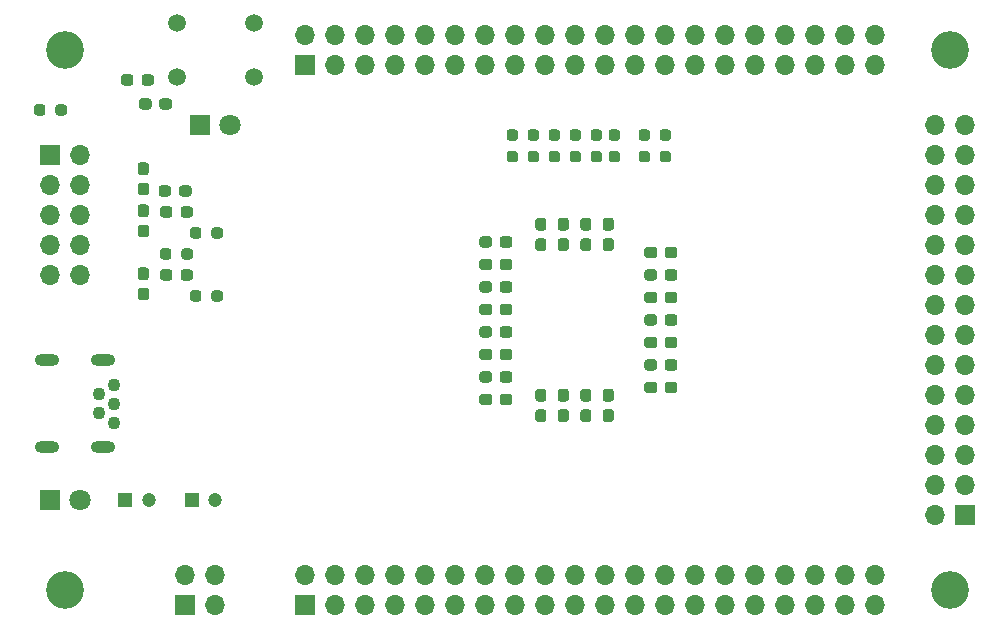
<source format=gbr>
%TF.GenerationSoftware,KiCad,Pcbnew,(5.1.9)-1*%
%TF.CreationDate,2021-02-04T20:28:27-06:00*%
%TF.ProjectId,Intel_10M02SCE144_Breakout_Board,496e7465-6c5f-4313-904d-303253434531,rev?*%
%TF.SameCoordinates,Original*%
%TF.FileFunction,Soldermask,Bot*%
%TF.FilePolarity,Negative*%
%FSLAX46Y46*%
G04 Gerber Fmt 4.6, Leading zero omitted, Abs format (unit mm)*
G04 Created by KiCad (PCBNEW (5.1.9)-1) date 2021-02-04 20:28:27*
%MOMM*%
%LPD*%
G01*
G04 APERTURE LIST*
%ADD10C,1.200000*%
%ADD11R,1.200000X1.200000*%
%ADD12C,1.800000*%
%ADD13R,1.800000X1.800000*%
%ADD14R,1.700000X1.700000*%
%ADD15O,1.700000X1.700000*%
%ADD16C,1.500000*%
%ADD17C,3.200000*%
%ADD18O,2.100000X1.000000*%
%ADD19C,1.100000*%
G04 APERTURE END LIST*
D10*
%TO.C,C1*%
X104870000Y-115570000D03*
D11*
X102870000Y-115570000D03*
%TD*%
%TO.C,C2*%
X108490000Y-115570000D03*
D10*
X110490000Y-115570000D03*
%TD*%
%TO.C,C4*%
G36*
G01*
X149609000Y-105807500D02*
X149609000Y-106282500D01*
G75*
G02*
X149371500Y-106520000I-237500J0D01*
G01*
X148771500Y-106520000D01*
G75*
G02*
X148534000Y-106282500I0J237500D01*
G01*
X148534000Y-105807500D01*
G75*
G02*
X148771500Y-105570000I237500J0D01*
G01*
X149371500Y-105570000D01*
G75*
G02*
X149609000Y-105807500I0J-237500D01*
G01*
G37*
G36*
G01*
X147884000Y-105807500D02*
X147884000Y-106282500D01*
G75*
G02*
X147646500Y-106520000I-237500J0D01*
G01*
X147046500Y-106520000D01*
G75*
G02*
X146809000Y-106282500I0J237500D01*
G01*
X146809000Y-105807500D01*
G75*
G02*
X147046500Y-105570000I237500J0D01*
G01*
X147646500Y-105570000D01*
G75*
G02*
X147884000Y-105807500I0J-237500D01*
G01*
G37*
%TD*%
%TO.C,C5*%
G36*
G01*
X134564000Y-103488500D02*
X134564000Y-103013500D01*
G75*
G02*
X134801500Y-102776000I237500J0D01*
G01*
X135401500Y-102776000D01*
G75*
G02*
X135639000Y-103013500I0J-237500D01*
G01*
X135639000Y-103488500D01*
G75*
G02*
X135401500Y-103726000I-237500J0D01*
G01*
X134801500Y-103726000D01*
G75*
G02*
X134564000Y-103488500I0J237500D01*
G01*
G37*
G36*
G01*
X132839000Y-103488500D02*
X132839000Y-103013500D01*
G75*
G02*
X133076500Y-102776000I237500J0D01*
G01*
X133676500Y-102776000D01*
G75*
G02*
X133914000Y-103013500I0J-237500D01*
G01*
X133914000Y-103488500D01*
G75*
G02*
X133676500Y-103726000I-237500J0D01*
G01*
X133076500Y-103726000D01*
G75*
G02*
X132839000Y-103488500I0J237500D01*
G01*
G37*
%TD*%
%TO.C,C6*%
G36*
G01*
X138286500Y-108969000D02*
X137811500Y-108969000D01*
G75*
G02*
X137574000Y-108731500I0J237500D01*
G01*
X137574000Y-108131500D01*
G75*
G02*
X137811500Y-107894000I237500J0D01*
G01*
X138286500Y-107894000D01*
G75*
G02*
X138524000Y-108131500I0J-237500D01*
G01*
X138524000Y-108731500D01*
G75*
G02*
X138286500Y-108969000I-237500J0D01*
G01*
G37*
G36*
G01*
X138286500Y-107244000D02*
X137811500Y-107244000D01*
G75*
G02*
X137574000Y-107006500I0J237500D01*
G01*
X137574000Y-106406500D01*
G75*
G02*
X137811500Y-106169000I237500J0D01*
G01*
X138286500Y-106169000D01*
G75*
G02*
X138524000Y-106406500I0J-237500D01*
G01*
X138524000Y-107006500D01*
G75*
G02*
X138286500Y-107244000I-237500J0D01*
G01*
G37*
%TD*%
%TO.C,C7*%
G36*
G01*
X144001500Y-108969000D02*
X143526500Y-108969000D01*
G75*
G02*
X143289000Y-108731500I0J237500D01*
G01*
X143289000Y-108131500D01*
G75*
G02*
X143526500Y-107894000I237500J0D01*
G01*
X144001500Y-107894000D01*
G75*
G02*
X144239000Y-108131500I0J-237500D01*
G01*
X144239000Y-108731500D01*
G75*
G02*
X144001500Y-108969000I-237500J0D01*
G01*
G37*
G36*
G01*
X144001500Y-107244000D02*
X143526500Y-107244000D01*
G75*
G02*
X143289000Y-107006500I0J237500D01*
G01*
X143289000Y-106406500D01*
G75*
G02*
X143526500Y-106169000I237500J0D01*
G01*
X144001500Y-106169000D01*
G75*
G02*
X144239000Y-106406500I0J-237500D01*
G01*
X144239000Y-107006500D01*
G75*
G02*
X144001500Y-107244000I-237500J0D01*
G01*
G37*
%TD*%
%TO.C,C8*%
G36*
G01*
X139716500Y-93416000D02*
X140191500Y-93416000D01*
G75*
G02*
X140429000Y-93653500I0J-237500D01*
G01*
X140429000Y-94253500D01*
G75*
G02*
X140191500Y-94491000I-237500J0D01*
G01*
X139716500Y-94491000D01*
G75*
G02*
X139479000Y-94253500I0J237500D01*
G01*
X139479000Y-93653500D01*
G75*
G02*
X139716500Y-93416000I237500J0D01*
G01*
G37*
G36*
G01*
X139716500Y-91691000D02*
X140191500Y-91691000D01*
G75*
G02*
X140429000Y-91928500I0J-237500D01*
G01*
X140429000Y-92528500D01*
G75*
G02*
X140191500Y-92766000I-237500J0D01*
G01*
X139716500Y-92766000D01*
G75*
G02*
X139479000Y-92528500I0J237500D01*
G01*
X139479000Y-91928500D01*
G75*
G02*
X139716500Y-91691000I237500J0D01*
G01*
G37*
%TD*%
%TO.C,C9*%
G36*
G01*
X137811500Y-93416000D02*
X138286500Y-93416000D01*
G75*
G02*
X138524000Y-93653500I0J-237500D01*
G01*
X138524000Y-94253500D01*
G75*
G02*
X138286500Y-94491000I-237500J0D01*
G01*
X137811500Y-94491000D01*
G75*
G02*
X137574000Y-94253500I0J237500D01*
G01*
X137574000Y-93653500D01*
G75*
G02*
X137811500Y-93416000I237500J0D01*
G01*
G37*
G36*
G01*
X137811500Y-91691000D02*
X138286500Y-91691000D01*
G75*
G02*
X138524000Y-91928500I0J-237500D01*
G01*
X138524000Y-92528500D01*
G75*
G02*
X138286500Y-92766000I-237500J0D01*
G01*
X137811500Y-92766000D01*
G75*
G02*
X137574000Y-92528500I0J237500D01*
G01*
X137574000Y-91928500D01*
G75*
G02*
X137811500Y-91691000I237500J0D01*
G01*
G37*
%TD*%
%TO.C,C10*%
G36*
G01*
X149609000Y-100092500D02*
X149609000Y-100567500D01*
G75*
G02*
X149371500Y-100805000I-237500J0D01*
G01*
X148771500Y-100805000D01*
G75*
G02*
X148534000Y-100567500I0J237500D01*
G01*
X148534000Y-100092500D01*
G75*
G02*
X148771500Y-99855000I237500J0D01*
G01*
X149371500Y-99855000D01*
G75*
G02*
X149609000Y-100092500I0J-237500D01*
G01*
G37*
G36*
G01*
X147884000Y-100092500D02*
X147884000Y-100567500D01*
G75*
G02*
X147646500Y-100805000I-237500J0D01*
G01*
X147046500Y-100805000D01*
G75*
G02*
X146809000Y-100567500I0J237500D01*
G01*
X146809000Y-100092500D01*
G75*
G02*
X147046500Y-99855000I237500J0D01*
G01*
X147646500Y-99855000D01*
G75*
G02*
X147884000Y-100092500I0J-237500D01*
G01*
G37*
%TD*%
%TO.C,C11*%
G36*
G01*
X147884000Y-98187500D02*
X147884000Y-98662500D01*
G75*
G02*
X147646500Y-98900000I-237500J0D01*
G01*
X147046500Y-98900000D01*
G75*
G02*
X146809000Y-98662500I0J237500D01*
G01*
X146809000Y-98187500D01*
G75*
G02*
X147046500Y-97950000I237500J0D01*
G01*
X147646500Y-97950000D01*
G75*
G02*
X147884000Y-98187500I0J-237500D01*
G01*
G37*
G36*
G01*
X149609000Y-98187500D02*
X149609000Y-98662500D01*
G75*
G02*
X149371500Y-98900000I-237500J0D01*
G01*
X148771500Y-98900000D01*
G75*
G02*
X148534000Y-98662500I0J237500D01*
G01*
X148534000Y-98187500D01*
G75*
G02*
X148771500Y-97950000I237500J0D01*
G01*
X149371500Y-97950000D01*
G75*
G02*
X149609000Y-98187500I0J-237500D01*
G01*
G37*
%TD*%
%TO.C,C12*%
G36*
G01*
X132839000Y-93963500D02*
X132839000Y-93488500D01*
G75*
G02*
X133076500Y-93251000I237500J0D01*
G01*
X133676500Y-93251000D01*
G75*
G02*
X133914000Y-93488500I0J-237500D01*
G01*
X133914000Y-93963500D01*
G75*
G02*
X133676500Y-94201000I-237500J0D01*
G01*
X133076500Y-94201000D01*
G75*
G02*
X132839000Y-93963500I0J237500D01*
G01*
G37*
G36*
G01*
X134564000Y-93963500D02*
X134564000Y-93488500D01*
G75*
G02*
X134801500Y-93251000I237500J0D01*
G01*
X135401500Y-93251000D01*
G75*
G02*
X135639000Y-93488500I0J-237500D01*
G01*
X135639000Y-93963500D01*
G75*
G02*
X135401500Y-94201000I-237500J0D01*
G01*
X134801500Y-94201000D01*
G75*
G02*
X134564000Y-93963500I0J237500D01*
G01*
G37*
%TD*%
%TO.C,C13*%
G36*
G01*
X134564000Y-95868500D02*
X134564000Y-95393500D01*
G75*
G02*
X134801500Y-95156000I237500J0D01*
G01*
X135401500Y-95156000D01*
G75*
G02*
X135639000Y-95393500I0J-237500D01*
G01*
X135639000Y-95868500D01*
G75*
G02*
X135401500Y-96106000I-237500J0D01*
G01*
X134801500Y-96106000D01*
G75*
G02*
X134564000Y-95868500I0J237500D01*
G01*
G37*
G36*
G01*
X132839000Y-95868500D02*
X132839000Y-95393500D01*
G75*
G02*
X133076500Y-95156000I237500J0D01*
G01*
X133676500Y-95156000D01*
G75*
G02*
X133914000Y-95393500I0J-237500D01*
G01*
X133914000Y-95868500D01*
G75*
G02*
X133676500Y-96106000I-237500J0D01*
G01*
X133076500Y-96106000D01*
G75*
G02*
X132839000Y-95868500I0J237500D01*
G01*
G37*
%TD*%
%TO.C,C14*%
G36*
G01*
X132839000Y-97773500D02*
X132839000Y-97298500D01*
G75*
G02*
X133076500Y-97061000I237500J0D01*
G01*
X133676500Y-97061000D01*
G75*
G02*
X133914000Y-97298500I0J-237500D01*
G01*
X133914000Y-97773500D01*
G75*
G02*
X133676500Y-98011000I-237500J0D01*
G01*
X133076500Y-98011000D01*
G75*
G02*
X132839000Y-97773500I0J237500D01*
G01*
G37*
G36*
G01*
X134564000Y-97773500D02*
X134564000Y-97298500D01*
G75*
G02*
X134801500Y-97061000I237500J0D01*
G01*
X135401500Y-97061000D01*
G75*
G02*
X135639000Y-97298500I0J-237500D01*
G01*
X135639000Y-97773500D01*
G75*
G02*
X135401500Y-98011000I-237500J0D01*
G01*
X134801500Y-98011000D01*
G75*
G02*
X134564000Y-97773500I0J237500D01*
G01*
G37*
%TD*%
%TO.C,C15*%
G36*
G01*
X141621500Y-93416000D02*
X142096500Y-93416000D01*
G75*
G02*
X142334000Y-93653500I0J-237500D01*
G01*
X142334000Y-94253500D01*
G75*
G02*
X142096500Y-94491000I-237500J0D01*
G01*
X141621500Y-94491000D01*
G75*
G02*
X141384000Y-94253500I0J237500D01*
G01*
X141384000Y-93653500D01*
G75*
G02*
X141621500Y-93416000I237500J0D01*
G01*
G37*
G36*
G01*
X141621500Y-91691000D02*
X142096500Y-91691000D01*
G75*
G02*
X142334000Y-91928500I0J-237500D01*
G01*
X142334000Y-92528500D01*
G75*
G02*
X142096500Y-92766000I-237500J0D01*
G01*
X141621500Y-92766000D01*
G75*
G02*
X141384000Y-92528500I0J237500D01*
G01*
X141384000Y-91928500D01*
G75*
G02*
X141621500Y-91691000I237500J0D01*
G01*
G37*
%TD*%
%TO.C,C16*%
G36*
G01*
X143526500Y-91691000D02*
X144001500Y-91691000D01*
G75*
G02*
X144239000Y-91928500I0J-237500D01*
G01*
X144239000Y-92528500D01*
G75*
G02*
X144001500Y-92766000I-237500J0D01*
G01*
X143526500Y-92766000D01*
G75*
G02*
X143289000Y-92528500I0J237500D01*
G01*
X143289000Y-91928500D01*
G75*
G02*
X143526500Y-91691000I237500J0D01*
G01*
G37*
G36*
G01*
X143526500Y-93416000D02*
X144001500Y-93416000D01*
G75*
G02*
X144239000Y-93653500I0J-237500D01*
G01*
X144239000Y-94253500D01*
G75*
G02*
X144001500Y-94491000I-237500J0D01*
G01*
X143526500Y-94491000D01*
G75*
G02*
X143289000Y-94253500I0J237500D01*
G01*
X143289000Y-93653500D01*
G75*
G02*
X143526500Y-93416000I237500J0D01*
G01*
G37*
%TD*%
%TO.C,C17*%
G36*
G01*
X147884000Y-94377500D02*
X147884000Y-94852500D01*
G75*
G02*
X147646500Y-95090000I-237500J0D01*
G01*
X147046500Y-95090000D01*
G75*
G02*
X146809000Y-94852500I0J237500D01*
G01*
X146809000Y-94377500D01*
G75*
G02*
X147046500Y-94140000I237500J0D01*
G01*
X147646500Y-94140000D01*
G75*
G02*
X147884000Y-94377500I0J-237500D01*
G01*
G37*
G36*
G01*
X149609000Y-94377500D02*
X149609000Y-94852500D01*
G75*
G02*
X149371500Y-95090000I-237500J0D01*
G01*
X148771500Y-95090000D01*
G75*
G02*
X148534000Y-94852500I0J237500D01*
G01*
X148534000Y-94377500D01*
G75*
G02*
X148771500Y-94140000I237500J0D01*
G01*
X149371500Y-94140000D01*
G75*
G02*
X149609000Y-94377500I0J-237500D01*
G01*
G37*
%TD*%
%TO.C,C18*%
G36*
G01*
X147884000Y-96282500D02*
X147884000Y-96757500D01*
G75*
G02*
X147646500Y-96995000I-237500J0D01*
G01*
X147046500Y-96995000D01*
G75*
G02*
X146809000Y-96757500I0J237500D01*
G01*
X146809000Y-96282500D01*
G75*
G02*
X147046500Y-96045000I237500J0D01*
G01*
X147646500Y-96045000D01*
G75*
G02*
X147884000Y-96282500I0J-237500D01*
G01*
G37*
G36*
G01*
X149609000Y-96282500D02*
X149609000Y-96757500D01*
G75*
G02*
X149371500Y-96995000I-237500J0D01*
G01*
X148771500Y-96995000D01*
G75*
G02*
X148534000Y-96757500I0J237500D01*
G01*
X148534000Y-96282500D01*
G75*
G02*
X148771500Y-96045000I237500J0D01*
G01*
X149371500Y-96045000D01*
G75*
G02*
X149609000Y-96282500I0J-237500D01*
G01*
G37*
%TD*%
%TO.C,C19*%
G36*
G01*
X147884000Y-103902500D02*
X147884000Y-104377500D01*
G75*
G02*
X147646500Y-104615000I-237500J0D01*
G01*
X147046500Y-104615000D01*
G75*
G02*
X146809000Y-104377500I0J237500D01*
G01*
X146809000Y-103902500D01*
G75*
G02*
X147046500Y-103665000I237500J0D01*
G01*
X147646500Y-103665000D01*
G75*
G02*
X147884000Y-103902500I0J-237500D01*
G01*
G37*
G36*
G01*
X149609000Y-103902500D02*
X149609000Y-104377500D01*
G75*
G02*
X149371500Y-104615000I-237500J0D01*
G01*
X148771500Y-104615000D01*
G75*
G02*
X148534000Y-104377500I0J237500D01*
G01*
X148534000Y-103902500D01*
G75*
G02*
X148771500Y-103665000I237500J0D01*
G01*
X149371500Y-103665000D01*
G75*
G02*
X149609000Y-103902500I0J-237500D01*
G01*
G37*
%TD*%
%TO.C,C20*%
G36*
G01*
X149609000Y-101997500D02*
X149609000Y-102472500D01*
G75*
G02*
X149371500Y-102710000I-237500J0D01*
G01*
X148771500Y-102710000D01*
G75*
G02*
X148534000Y-102472500I0J237500D01*
G01*
X148534000Y-101997500D01*
G75*
G02*
X148771500Y-101760000I237500J0D01*
G01*
X149371500Y-101760000D01*
G75*
G02*
X149609000Y-101997500I0J-237500D01*
G01*
G37*
G36*
G01*
X147884000Y-101997500D02*
X147884000Y-102472500D01*
G75*
G02*
X147646500Y-102710000I-237500J0D01*
G01*
X147046500Y-102710000D01*
G75*
G02*
X146809000Y-102472500I0J237500D01*
G01*
X146809000Y-101997500D01*
G75*
G02*
X147046500Y-101760000I237500J0D01*
G01*
X147646500Y-101760000D01*
G75*
G02*
X147884000Y-101997500I0J-237500D01*
G01*
G37*
%TD*%
%TO.C,C21*%
G36*
G01*
X140191500Y-108969000D02*
X139716500Y-108969000D01*
G75*
G02*
X139479000Y-108731500I0J237500D01*
G01*
X139479000Y-108131500D01*
G75*
G02*
X139716500Y-107894000I237500J0D01*
G01*
X140191500Y-107894000D01*
G75*
G02*
X140429000Y-108131500I0J-237500D01*
G01*
X140429000Y-108731500D01*
G75*
G02*
X140191500Y-108969000I-237500J0D01*
G01*
G37*
G36*
G01*
X140191500Y-107244000D02*
X139716500Y-107244000D01*
G75*
G02*
X139479000Y-107006500I0J237500D01*
G01*
X139479000Y-106406500D01*
G75*
G02*
X139716500Y-106169000I237500J0D01*
G01*
X140191500Y-106169000D01*
G75*
G02*
X140429000Y-106406500I0J-237500D01*
G01*
X140429000Y-107006500D01*
G75*
G02*
X140191500Y-107244000I-237500J0D01*
G01*
G37*
%TD*%
%TO.C,C22*%
G36*
G01*
X142096500Y-108969000D02*
X141621500Y-108969000D01*
G75*
G02*
X141384000Y-108731500I0J237500D01*
G01*
X141384000Y-108131500D01*
G75*
G02*
X141621500Y-107894000I237500J0D01*
G01*
X142096500Y-107894000D01*
G75*
G02*
X142334000Y-108131500I0J-237500D01*
G01*
X142334000Y-108731500D01*
G75*
G02*
X142096500Y-108969000I-237500J0D01*
G01*
G37*
G36*
G01*
X142096500Y-107244000D02*
X141621500Y-107244000D01*
G75*
G02*
X141384000Y-107006500I0J237500D01*
G01*
X141384000Y-106406500D01*
G75*
G02*
X141621500Y-106169000I237500J0D01*
G01*
X142096500Y-106169000D01*
G75*
G02*
X142334000Y-106406500I0J-237500D01*
G01*
X142334000Y-107006500D01*
G75*
G02*
X142096500Y-107244000I-237500J0D01*
G01*
G37*
%TD*%
%TO.C,C23*%
G36*
G01*
X134564000Y-105393500D02*
X134564000Y-104918500D01*
G75*
G02*
X134801500Y-104681000I237500J0D01*
G01*
X135401500Y-104681000D01*
G75*
G02*
X135639000Y-104918500I0J-237500D01*
G01*
X135639000Y-105393500D01*
G75*
G02*
X135401500Y-105631000I-237500J0D01*
G01*
X134801500Y-105631000D01*
G75*
G02*
X134564000Y-105393500I0J237500D01*
G01*
G37*
G36*
G01*
X132839000Y-105393500D02*
X132839000Y-104918500D01*
G75*
G02*
X133076500Y-104681000I237500J0D01*
G01*
X133676500Y-104681000D01*
G75*
G02*
X133914000Y-104918500I0J-237500D01*
G01*
X133914000Y-105393500D01*
G75*
G02*
X133676500Y-105631000I-237500J0D01*
G01*
X133076500Y-105631000D01*
G75*
G02*
X132839000Y-105393500I0J237500D01*
G01*
G37*
%TD*%
%TO.C,C24*%
G36*
G01*
X132839000Y-107298500D02*
X132839000Y-106823500D01*
G75*
G02*
X133076500Y-106586000I237500J0D01*
G01*
X133676500Y-106586000D01*
G75*
G02*
X133914000Y-106823500I0J-237500D01*
G01*
X133914000Y-107298500D01*
G75*
G02*
X133676500Y-107536000I-237500J0D01*
G01*
X133076500Y-107536000D01*
G75*
G02*
X132839000Y-107298500I0J237500D01*
G01*
G37*
G36*
G01*
X134564000Y-107298500D02*
X134564000Y-106823500D01*
G75*
G02*
X134801500Y-106586000I237500J0D01*
G01*
X135401500Y-106586000D01*
G75*
G02*
X135639000Y-106823500I0J-237500D01*
G01*
X135639000Y-107298500D01*
G75*
G02*
X135401500Y-107536000I-237500J0D01*
G01*
X134801500Y-107536000D01*
G75*
G02*
X134564000Y-107298500I0J237500D01*
G01*
G37*
%TD*%
%TO.C,C25*%
G36*
G01*
X134564000Y-99678500D02*
X134564000Y-99203500D01*
G75*
G02*
X134801500Y-98966000I237500J0D01*
G01*
X135401500Y-98966000D01*
G75*
G02*
X135639000Y-99203500I0J-237500D01*
G01*
X135639000Y-99678500D01*
G75*
G02*
X135401500Y-99916000I-237500J0D01*
G01*
X134801500Y-99916000D01*
G75*
G02*
X134564000Y-99678500I0J237500D01*
G01*
G37*
G36*
G01*
X132839000Y-99678500D02*
X132839000Y-99203500D01*
G75*
G02*
X133076500Y-98966000I237500J0D01*
G01*
X133676500Y-98966000D01*
G75*
G02*
X133914000Y-99203500I0J-237500D01*
G01*
X133914000Y-99678500D01*
G75*
G02*
X133676500Y-99916000I-237500J0D01*
G01*
X133076500Y-99916000D01*
G75*
G02*
X132839000Y-99678500I0J237500D01*
G01*
G37*
%TD*%
%TO.C,C26*%
G36*
G01*
X132839000Y-101583500D02*
X132839000Y-101108500D01*
G75*
G02*
X133076500Y-100871000I237500J0D01*
G01*
X133676500Y-100871000D01*
G75*
G02*
X133914000Y-101108500I0J-237500D01*
G01*
X133914000Y-101583500D01*
G75*
G02*
X133676500Y-101821000I-237500J0D01*
G01*
X133076500Y-101821000D01*
G75*
G02*
X132839000Y-101583500I0J237500D01*
G01*
G37*
G36*
G01*
X134564000Y-101583500D02*
X134564000Y-101108500D01*
G75*
G02*
X134801500Y-100871000I237500J0D01*
G01*
X135401500Y-100871000D01*
G75*
G02*
X135639000Y-101108500I0J-237500D01*
G01*
X135639000Y-101583500D01*
G75*
G02*
X135401500Y-101821000I-237500J0D01*
G01*
X134801500Y-101821000D01*
G75*
G02*
X134564000Y-101583500I0J237500D01*
G01*
G37*
%TD*%
%TO.C,C27*%
G36*
G01*
X104156500Y-86992000D02*
X104631500Y-86992000D01*
G75*
G02*
X104869000Y-87229500I0J-237500D01*
G01*
X104869000Y-87829500D01*
G75*
G02*
X104631500Y-88067000I-237500J0D01*
G01*
X104156500Y-88067000D01*
G75*
G02*
X103919000Y-87829500I0J237500D01*
G01*
X103919000Y-87229500D01*
G75*
G02*
X104156500Y-86992000I237500J0D01*
G01*
G37*
G36*
G01*
X104156500Y-88717000D02*
X104631500Y-88717000D01*
G75*
G02*
X104869000Y-88954500I0J-237500D01*
G01*
X104869000Y-89554500D01*
G75*
G02*
X104631500Y-89792000I-237500J0D01*
G01*
X104156500Y-89792000D01*
G75*
G02*
X103919000Y-89554500I0J237500D01*
G01*
X103919000Y-88954500D01*
G75*
G02*
X104156500Y-88717000I237500J0D01*
G01*
G37*
%TD*%
%TO.C,C28*%
G36*
G01*
X104156500Y-97607000D02*
X104631500Y-97607000D01*
G75*
G02*
X104869000Y-97844500I0J-237500D01*
G01*
X104869000Y-98444500D01*
G75*
G02*
X104631500Y-98682000I-237500J0D01*
G01*
X104156500Y-98682000D01*
G75*
G02*
X103919000Y-98444500I0J237500D01*
G01*
X103919000Y-97844500D01*
G75*
G02*
X104156500Y-97607000I237500J0D01*
G01*
G37*
G36*
G01*
X104156500Y-95882000D02*
X104631500Y-95882000D01*
G75*
G02*
X104869000Y-96119500I0J-237500D01*
G01*
X104869000Y-96719500D01*
G75*
G02*
X104631500Y-96957000I-237500J0D01*
G01*
X104156500Y-96957000D01*
G75*
G02*
X103919000Y-96719500I0J237500D01*
G01*
X103919000Y-96119500D01*
G75*
G02*
X104156500Y-95882000I237500J0D01*
G01*
G37*
%TD*%
%TO.C,C29*%
G36*
G01*
X104010000Y-82279500D02*
X104010000Y-81804500D01*
G75*
G02*
X104247500Y-81567000I237500J0D01*
G01*
X104847500Y-81567000D01*
G75*
G02*
X105085000Y-81804500I0J-237500D01*
G01*
X105085000Y-82279500D01*
G75*
G02*
X104847500Y-82517000I-237500J0D01*
G01*
X104247500Y-82517000D01*
G75*
G02*
X104010000Y-82279500I0J237500D01*
G01*
G37*
G36*
G01*
X105735000Y-82279500D02*
X105735000Y-81804500D01*
G75*
G02*
X105972500Y-81567000I237500J0D01*
G01*
X106572500Y-81567000D01*
G75*
G02*
X106810000Y-81804500I0J-237500D01*
G01*
X106810000Y-82279500D01*
G75*
G02*
X106572500Y-82517000I-237500J0D01*
G01*
X105972500Y-82517000D01*
G75*
G02*
X105735000Y-82279500I0J237500D01*
G01*
G37*
%TD*%
%TO.C,C30*%
G36*
G01*
X104156500Y-92273000D02*
X104631500Y-92273000D01*
G75*
G02*
X104869000Y-92510500I0J-237500D01*
G01*
X104869000Y-93110500D01*
G75*
G02*
X104631500Y-93348000I-237500J0D01*
G01*
X104156500Y-93348000D01*
G75*
G02*
X103919000Y-93110500I0J237500D01*
G01*
X103919000Y-92510500D01*
G75*
G02*
X104156500Y-92273000I237500J0D01*
G01*
G37*
G36*
G01*
X104156500Y-90548000D02*
X104631500Y-90548000D01*
G75*
G02*
X104869000Y-90785500I0J-237500D01*
G01*
X104869000Y-91385500D01*
G75*
G02*
X104631500Y-91623000I-237500J0D01*
G01*
X104156500Y-91623000D01*
G75*
G02*
X103919000Y-91385500I0J237500D01*
G01*
X103919000Y-90785500D01*
G75*
G02*
X104156500Y-90548000I237500J0D01*
G01*
G37*
%TD*%
D12*
%TO.C,D1*%
X99060000Y-115570000D03*
D13*
X96520000Y-115570000D03*
%TD*%
%TO.C,D2*%
X109220000Y-83820000D03*
D12*
X111760000Y-83820000D03*
%TD*%
%TO.C,D3*%
G36*
G01*
X106725000Y-89170500D02*
X106725000Y-89645500D01*
G75*
G02*
X106487500Y-89883000I-237500J0D01*
G01*
X105912500Y-89883000D01*
G75*
G02*
X105675000Y-89645500I0J237500D01*
G01*
X105675000Y-89170500D01*
G75*
G02*
X105912500Y-88933000I237500J0D01*
G01*
X106487500Y-88933000D01*
G75*
G02*
X106725000Y-89170500I0J-237500D01*
G01*
G37*
G36*
G01*
X108475000Y-89170500D02*
X108475000Y-89645500D01*
G75*
G02*
X108237500Y-89883000I-237500J0D01*
G01*
X107662500Y-89883000D01*
G75*
G02*
X107425000Y-89645500I0J237500D01*
G01*
X107425000Y-89170500D01*
G75*
G02*
X107662500Y-88933000I237500J0D01*
G01*
X108237500Y-88933000D01*
G75*
G02*
X108475000Y-89170500I0J-237500D01*
G01*
G37*
%TD*%
%TO.C,D4*%
G36*
G01*
X108588000Y-96282500D02*
X108588000Y-96757500D01*
G75*
G02*
X108350500Y-96995000I-237500J0D01*
G01*
X107775500Y-96995000D01*
G75*
G02*
X107538000Y-96757500I0J237500D01*
G01*
X107538000Y-96282500D01*
G75*
G02*
X107775500Y-96045000I237500J0D01*
G01*
X108350500Y-96045000D01*
G75*
G02*
X108588000Y-96282500I0J-237500D01*
G01*
G37*
G36*
G01*
X106838000Y-96282500D02*
X106838000Y-96757500D01*
G75*
G02*
X106600500Y-96995000I-237500J0D01*
G01*
X106025500Y-96995000D01*
G75*
G02*
X105788000Y-96757500I0J237500D01*
G01*
X105788000Y-96282500D01*
G75*
G02*
X106025500Y-96045000I237500J0D01*
G01*
X106600500Y-96045000D01*
G75*
G02*
X106838000Y-96282500I0J-237500D01*
G01*
G37*
%TD*%
%TO.C,D5*%
G36*
G01*
X103536000Y-79772500D02*
X103536000Y-80247500D01*
G75*
G02*
X103298500Y-80485000I-237500J0D01*
G01*
X102723500Y-80485000D01*
G75*
G02*
X102486000Y-80247500I0J237500D01*
G01*
X102486000Y-79772500D01*
G75*
G02*
X102723500Y-79535000I237500J0D01*
G01*
X103298500Y-79535000D01*
G75*
G02*
X103536000Y-79772500I0J-237500D01*
G01*
G37*
G36*
G01*
X105286000Y-79772500D02*
X105286000Y-80247500D01*
G75*
G02*
X105048500Y-80485000I-237500J0D01*
G01*
X104473500Y-80485000D01*
G75*
G02*
X104236000Y-80247500I0J237500D01*
G01*
X104236000Y-79772500D01*
G75*
G02*
X104473500Y-79535000I237500J0D01*
G01*
X105048500Y-79535000D01*
G75*
G02*
X105286000Y-79772500I0J-237500D01*
G01*
G37*
%TD*%
%TO.C,D6*%
G36*
G01*
X108588000Y-90948500D02*
X108588000Y-91423500D01*
G75*
G02*
X108350500Y-91661000I-237500J0D01*
G01*
X107775500Y-91661000D01*
G75*
G02*
X107538000Y-91423500I0J237500D01*
G01*
X107538000Y-90948500D01*
G75*
G02*
X107775500Y-90711000I237500J0D01*
G01*
X108350500Y-90711000D01*
G75*
G02*
X108588000Y-90948500I0J-237500D01*
G01*
G37*
G36*
G01*
X106838000Y-90948500D02*
X106838000Y-91423500D01*
G75*
G02*
X106600500Y-91661000I-237500J0D01*
G01*
X106025500Y-91661000D01*
G75*
G02*
X105788000Y-91423500I0J237500D01*
G01*
X105788000Y-90948500D01*
G75*
G02*
X106025500Y-90711000I237500J0D01*
G01*
X106600500Y-90711000D01*
G75*
G02*
X106838000Y-90948500I0J-237500D01*
G01*
G37*
%TD*%
D14*
%TO.C,J2*%
X107950000Y-124460000D03*
D15*
X107950000Y-121920000D03*
X110490000Y-124460000D03*
X110490000Y-121920000D03*
%TD*%
%TO.C,J3*%
X166370000Y-121920000D03*
X166370000Y-124460000D03*
X163830000Y-121920000D03*
X163830000Y-124460000D03*
X161290000Y-121920000D03*
X161290000Y-124460000D03*
X158750000Y-121920000D03*
X158750000Y-124460000D03*
X156210000Y-121920000D03*
X156210000Y-124460000D03*
X153670000Y-121920000D03*
X153670000Y-124460000D03*
X151130000Y-121920000D03*
X151130000Y-124460000D03*
X148590000Y-121920000D03*
X148590000Y-124460000D03*
X146050000Y-121920000D03*
X146050000Y-124460000D03*
X143510000Y-121920000D03*
X143510000Y-124460000D03*
X140970000Y-121920000D03*
X140970000Y-124460000D03*
X138430000Y-121920000D03*
X138430000Y-124460000D03*
X135890000Y-121920000D03*
X135890000Y-124460000D03*
X133350000Y-121920000D03*
X133350000Y-124460000D03*
X130810000Y-121920000D03*
X130810000Y-124460000D03*
X128270000Y-121920000D03*
X128270000Y-124460000D03*
X125730000Y-121920000D03*
X125730000Y-124460000D03*
X123190000Y-121920000D03*
X123190000Y-124460000D03*
X120650000Y-121920000D03*
X120650000Y-124460000D03*
X118110000Y-121920000D03*
D14*
X118110000Y-124460000D03*
%TD*%
%TO.C,J4*%
X173990000Y-116840000D03*
D15*
X171450000Y-116840000D03*
X173990000Y-114300000D03*
X171450000Y-114300000D03*
X173990000Y-111760000D03*
X171450000Y-111760000D03*
X173990000Y-109220000D03*
X171450000Y-109220000D03*
X173990000Y-106680000D03*
X171450000Y-106680000D03*
X173990000Y-104140000D03*
X171450000Y-104140000D03*
X173990000Y-101600000D03*
X171450000Y-101600000D03*
X173990000Y-99060000D03*
X171450000Y-99060000D03*
X173990000Y-96520000D03*
X171450000Y-96520000D03*
X173990000Y-93980000D03*
X171450000Y-93980000D03*
X173990000Y-91440000D03*
X171450000Y-91440000D03*
X173990000Y-88900000D03*
X171450000Y-88900000D03*
X173990000Y-86360000D03*
X171450000Y-86360000D03*
X173990000Y-83820000D03*
X171450000Y-83820000D03*
%TD*%
D14*
%TO.C,J5*%
X118110000Y-78740000D03*
D15*
X118110000Y-76200000D03*
X120650000Y-78740000D03*
X120650000Y-76200000D03*
X123190000Y-78740000D03*
X123190000Y-76200000D03*
X125730000Y-78740000D03*
X125730000Y-76200000D03*
X128270000Y-78740000D03*
X128270000Y-76200000D03*
X130810000Y-78740000D03*
X130810000Y-76200000D03*
X133350000Y-78740000D03*
X133350000Y-76200000D03*
X135890000Y-78740000D03*
X135890000Y-76200000D03*
X138430000Y-78740000D03*
X138430000Y-76200000D03*
X140970000Y-78740000D03*
X140970000Y-76200000D03*
X143510000Y-78740000D03*
X143510000Y-76200000D03*
X146050000Y-78740000D03*
X146050000Y-76200000D03*
X148590000Y-78740000D03*
X148590000Y-76200000D03*
X151130000Y-78740000D03*
X151130000Y-76200000D03*
X153670000Y-78740000D03*
X153670000Y-76200000D03*
X156210000Y-78740000D03*
X156210000Y-76200000D03*
X158750000Y-78740000D03*
X158750000Y-76200000D03*
X161290000Y-78740000D03*
X161290000Y-76200000D03*
X163830000Y-78740000D03*
X163830000Y-76200000D03*
X166370000Y-78740000D03*
X166370000Y-76200000D03*
%TD*%
D14*
%TO.C,J6*%
X96520000Y-86360000D03*
D15*
X99060000Y-86360000D03*
X96520000Y-88900000D03*
X99060000Y-88900000D03*
X96520000Y-91440000D03*
X99060000Y-91440000D03*
X96520000Y-93980000D03*
X99060000Y-93980000D03*
X96520000Y-96520000D03*
X99060000Y-96520000D03*
%TD*%
%TO.C,R2*%
G36*
G01*
X95120000Y-82787500D02*
X95120000Y-82312500D01*
G75*
G02*
X95357500Y-82075000I237500J0D01*
G01*
X95857500Y-82075000D01*
G75*
G02*
X96095000Y-82312500I0J-237500D01*
G01*
X96095000Y-82787500D01*
G75*
G02*
X95857500Y-83025000I-237500J0D01*
G01*
X95357500Y-83025000D01*
G75*
G02*
X95120000Y-82787500I0J237500D01*
G01*
G37*
G36*
G01*
X96945000Y-82787500D02*
X96945000Y-82312500D01*
G75*
G02*
X97182500Y-82075000I237500J0D01*
G01*
X97682500Y-82075000D01*
G75*
G02*
X97920000Y-82312500I0J-237500D01*
G01*
X97920000Y-82787500D01*
G75*
G02*
X97682500Y-83025000I-237500J0D01*
G01*
X97182500Y-83025000D01*
G75*
G02*
X96945000Y-82787500I0J237500D01*
G01*
G37*
%TD*%
%TO.C,R3*%
G36*
G01*
X109303000Y-98060500D02*
X109303000Y-98535500D01*
G75*
G02*
X109065500Y-98773000I-237500J0D01*
G01*
X108565500Y-98773000D01*
G75*
G02*
X108328000Y-98535500I0J237500D01*
G01*
X108328000Y-98060500D01*
G75*
G02*
X108565500Y-97823000I237500J0D01*
G01*
X109065500Y-97823000D01*
G75*
G02*
X109303000Y-98060500I0J-237500D01*
G01*
G37*
G36*
G01*
X111128000Y-98060500D02*
X111128000Y-98535500D01*
G75*
G02*
X110890500Y-98773000I-237500J0D01*
G01*
X110390500Y-98773000D01*
G75*
G02*
X110153000Y-98535500I0J237500D01*
G01*
X110153000Y-98060500D01*
G75*
G02*
X110390500Y-97823000I237500J0D01*
G01*
X110890500Y-97823000D01*
G75*
G02*
X111128000Y-98060500I0J-237500D01*
G01*
G37*
%TD*%
%TO.C,R4*%
G36*
G01*
X111128000Y-92726500D02*
X111128000Y-93201500D01*
G75*
G02*
X110890500Y-93439000I-237500J0D01*
G01*
X110390500Y-93439000D01*
G75*
G02*
X110153000Y-93201500I0J237500D01*
G01*
X110153000Y-92726500D01*
G75*
G02*
X110390500Y-92489000I237500J0D01*
G01*
X110890500Y-92489000D01*
G75*
G02*
X111128000Y-92726500I0J-237500D01*
G01*
G37*
G36*
G01*
X109303000Y-92726500D02*
X109303000Y-93201500D01*
G75*
G02*
X109065500Y-93439000I-237500J0D01*
G01*
X108565500Y-93439000D01*
G75*
G02*
X108328000Y-93201500I0J237500D01*
G01*
X108328000Y-92726500D01*
G75*
G02*
X108565500Y-92489000I237500J0D01*
G01*
X109065500Y-92489000D01*
G75*
G02*
X109303000Y-92726500I0J-237500D01*
G01*
G37*
%TD*%
%TO.C,R5*%
G36*
G01*
X106763000Y-94504500D02*
X106763000Y-94979500D01*
G75*
G02*
X106525500Y-95217000I-237500J0D01*
G01*
X106025500Y-95217000D01*
G75*
G02*
X105788000Y-94979500I0J237500D01*
G01*
X105788000Y-94504500D01*
G75*
G02*
X106025500Y-94267000I237500J0D01*
G01*
X106525500Y-94267000D01*
G75*
G02*
X106763000Y-94504500I0J-237500D01*
G01*
G37*
G36*
G01*
X108588000Y-94504500D02*
X108588000Y-94979500D01*
G75*
G02*
X108350500Y-95217000I-237500J0D01*
G01*
X107850500Y-95217000D01*
G75*
G02*
X107613000Y-94979500I0J237500D01*
G01*
X107613000Y-94504500D01*
G75*
G02*
X107850500Y-94267000I237500J0D01*
G01*
X108350500Y-94267000D01*
G75*
G02*
X108588000Y-94504500I0J-237500D01*
G01*
G37*
%TD*%
%TO.C,R6*%
G36*
G01*
X148352500Y-84198000D02*
X148827500Y-84198000D01*
G75*
G02*
X149065000Y-84435500I0J-237500D01*
G01*
X149065000Y-84935500D01*
G75*
G02*
X148827500Y-85173000I-237500J0D01*
G01*
X148352500Y-85173000D01*
G75*
G02*
X148115000Y-84935500I0J237500D01*
G01*
X148115000Y-84435500D01*
G75*
G02*
X148352500Y-84198000I237500J0D01*
G01*
G37*
G36*
G01*
X148352500Y-86023000D02*
X148827500Y-86023000D01*
G75*
G02*
X149065000Y-86260500I0J-237500D01*
G01*
X149065000Y-86760500D01*
G75*
G02*
X148827500Y-86998000I-237500J0D01*
G01*
X148352500Y-86998000D01*
G75*
G02*
X148115000Y-86760500I0J237500D01*
G01*
X148115000Y-86260500D01*
G75*
G02*
X148352500Y-86023000I237500J0D01*
G01*
G37*
%TD*%
%TO.C,R7*%
G36*
G01*
X146574500Y-86023000D02*
X147049500Y-86023000D01*
G75*
G02*
X147287000Y-86260500I0J-237500D01*
G01*
X147287000Y-86760500D01*
G75*
G02*
X147049500Y-86998000I-237500J0D01*
G01*
X146574500Y-86998000D01*
G75*
G02*
X146337000Y-86760500I0J237500D01*
G01*
X146337000Y-86260500D01*
G75*
G02*
X146574500Y-86023000I237500J0D01*
G01*
G37*
G36*
G01*
X146574500Y-84198000D02*
X147049500Y-84198000D01*
G75*
G02*
X147287000Y-84435500I0J-237500D01*
G01*
X147287000Y-84935500D01*
G75*
G02*
X147049500Y-85173000I-237500J0D01*
G01*
X146574500Y-85173000D01*
G75*
G02*
X146337000Y-84935500I0J237500D01*
G01*
X146337000Y-84435500D01*
G75*
G02*
X146574500Y-84198000I237500J0D01*
G01*
G37*
%TD*%
%TO.C,R8*%
G36*
G01*
X140732500Y-84198000D02*
X141207500Y-84198000D01*
G75*
G02*
X141445000Y-84435500I0J-237500D01*
G01*
X141445000Y-84935500D01*
G75*
G02*
X141207500Y-85173000I-237500J0D01*
G01*
X140732500Y-85173000D01*
G75*
G02*
X140495000Y-84935500I0J237500D01*
G01*
X140495000Y-84435500D01*
G75*
G02*
X140732500Y-84198000I237500J0D01*
G01*
G37*
G36*
G01*
X140732500Y-86023000D02*
X141207500Y-86023000D01*
G75*
G02*
X141445000Y-86260500I0J-237500D01*
G01*
X141445000Y-86760500D01*
G75*
G02*
X141207500Y-86998000I-237500J0D01*
G01*
X140732500Y-86998000D01*
G75*
G02*
X140495000Y-86760500I0J237500D01*
G01*
X140495000Y-86260500D01*
G75*
G02*
X140732500Y-86023000I237500J0D01*
G01*
G37*
%TD*%
%TO.C,R9*%
G36*
G01*
X138954500Y-86023000D02*
X139429500Y-86023000D01*
G75*
G02*
X139667000Y-86260500I0J-237500D01*
G01*
X139667000Y-86760500D01*
G75*
G02*
X139429500Y-86998000I-237500J0D01*
G01*
X138954500Y-86998000D01*
G75*
G02*
X138717000Y-86760500I0J237500D01*
G01*
X138717000Y-86260500D01*
G75*
G02*
X138954500Y-86023000I237500J0D01*
G01*
G37*
G36*
G01*
X138954500Y-84198000D02*
X139429500Y-84198000D01*
G75*
G02*
X139667000Y-84435500I0J-237500D01*
G01*
X139667000Y-84935500D01*
G75*
G02*
X139429500Y-85173000I-237500J0D01*
G01*
X138954500Y-85173000D01*
G75*
G02*
X138717000Y-84935500I0J237500D01*
G01*
X138717000Y-84435500D01*
G75*
G02*
X138954500Y-84198000I237500J0D01*
G01*
G37*
%TD*%
%TO.C,R10*%
G36*
G01*
X137176500Y-84198000D02*
X137651500Y-84198000D01*
G75*
G02*
X137889000Y-84435500I0J-237500D01*
G01*
X137889000Y-84935500D01*
G75*
G02*
X137651500Y-85173000I-237500J0D01*
G01*
X137176500Y-85173000D01*
G75*
G02*
X136939000Y-84935500I0J237500D01*
G01*
X136939000Y-84435500D01*
G75*
G02*
X137176500Y-84198000I237500J0D01*
G01*
G37*
G36*
G01*
X137176500Y-86023000D02*
X137651500Y-86023000D01*
G75*
G02*
X137889000Y-86260500I0J-237500D01*
G01*
X137889000Y-86760500D01*
G75*
G02*
X137651500Y-86998000I-237500J0D01*
G01*
X137176500Y-86998000D01*
G75*
G02*
X136939000Y-86760500I0J237500D01*
G01*
X136939000Y-86260500D01*
G75*
G02*
X137176500Y-86023000I237500J0D01*
G01*
G37*
%TD*%
%TO.C,R11*%
G36*
G01*
X135398500Y-86023000D02*
X135873500Y-86023000D01*
G75*
G02*
X136111000Y-86260500I0J-237500D01*
G01*
X136111000Y-86760500D01*
G75*
G02*
X135873500Y-86998000I-237500J0D01*
G01*
X135398500Y-86998000D01*
G75*
G02*
X135161000Y-86760500I0J237500D01*
G01*
X135161000Y-86260500D01*
G75*
G02*
X135398500Y-86023000I237500J0D01*
G01*
G37*
G36*
G01*
X135398500Y-84198000D02*
X135873500Y-84198000D01*
G75*
G02*
X136111000Y-84435500I0J-237500D01*
G01*
X136111000Y-84935500D01*
G75*
G02*
X135873500Y-85173000I-237500J0D01*
G01*
X135398500Y-85173000D01*
G75*
G02*
X135161000Y-84935500I0J237500D01*
G01*
X135161000Y-84435500D01*
G75*
G02*
X135398500Y-84198000I237500J0D01*
G01*
G37*
%TD*%
%TO.C,R12*%
G36*
G01*
X144034500Y-84198000D02*
X144509500Y-84198000D01*
G75*
G02*
X144747000Y-84435500I0J-237500D01*
G01*
X144747000Y-84935500D01*
G75*
G02*
X144509500Y-85173000I-237500J0D01*
G01*
X144034500Y-85173000D01*
G75*
G02*
X143797000Y-84935500I0J237500D01*
G01*
X143797000Y-84435500D01*
G75*
G02*
X144034500Y-84198000I237500J0D01*
G01*
G37*
G36*
G01*
X144034500Y-86023000D02*
X144509500Y-86023000D01*
G75*
G02*
X144747000Y-86260500I0J-237500D01*
G01*
X144747000Y-86760500D01*
G75*
G02*
X144509500Y-86998000I-237500J0D01*
G01*
X144034500Y-86998000D01*
G75*
G02*
X143797000Y-86760500I0J237500D01*
G01*
X143797000Y-86260500D01*
G75*
G02*
X144034500Y-86023000I237500J0D01*
G01*
G37*
%TD*%
%TO.C,R13*%
G36*
G01*
X142985500Y-85173000D02*
X142510500Y-85173000D01*
G75*
G02*
X142273000Y-84935500I0J237500D01*
G01*
X142273000Y-84435500D01*
G75*
G02*
X142510500Y-84198000I237500J0D01*
G01*
X142985500Y-84198000D01*
G75*
G02*
X143223000Y-84435500I0J-237500D01*
G01*
X143223000Y-84935500D01*
G75*
G02*
X142985500Y-85173000I-237500J0D01*
G01*
G37*
G36*
G01*
X142985500Y-86998000D02*
X142510500Y-86998000D01*
G75*
G02*
X142273000Y-86760500I0J237500D01*
G01*
X142273000Y-86260500D01*
G75*
G02*
X142510500Y-86023000I237500J0D01*
G01*
X142985500Y-86023000D01*
G75*
G02*
X143223000Y-86260500I0J-237500D01*
G01*
X143223000Y-86760500D01*
G75*
G02*
X142985500Y-86998000I-237500J0D01*
G01*
G37*
%TD*%
D16*
%TO.C,S1*%
X113740000Y-79720000D03*
X107240000Y-79720000D03*
X113740000Y-75220000D03*
X107240000Y-75220000D03*
%TD*%
D17*
%TO.C,H1*%
X97790000Y-77470000D03*
%TD*%
%TO.C,H2*%
X172720000Y-77470000D03*
%TD*%
%TO.C,H3*%
X97790000Y-123190000D03*
%TD*%
%TO.C,H4*%
X172720000Y-123190000D03*
%TD*%
D18*
%TO.C,J1*%
X100965000Y-103725000D03*
X96215000Y-111125000D03*
X96215000Y-103725000D03*
X100965000Y-111125000D03*
D19*
X100665000Y-106625000D03*
X101865000Y-107425000D03*
X101865000Y-109025000D03*
X101865000Y-105825000D03*
X100665000Y-108225000D03*
%TD*%
M02*

</source>
